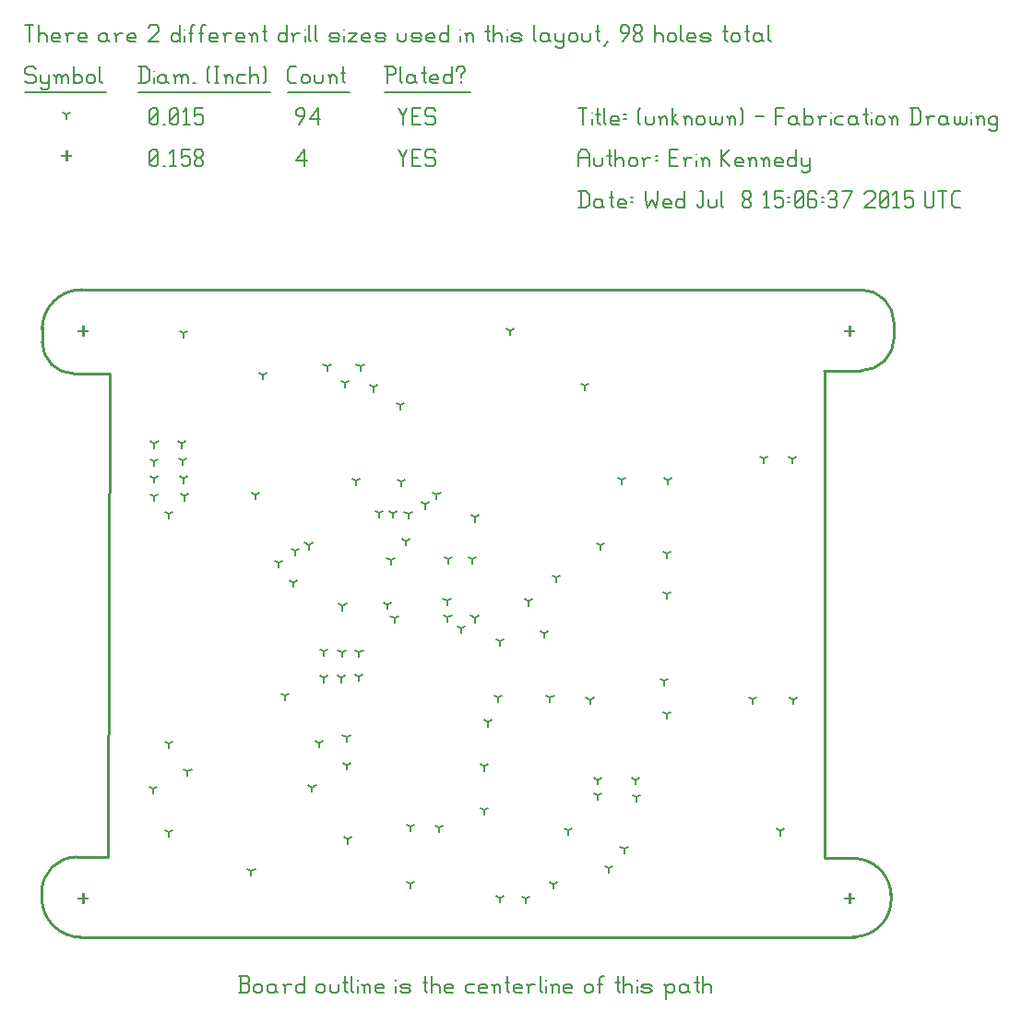
<source format=gbr>
G04 start of page 17 for group -3984 idx -3984 *
G04 Title: (unknown), fab *
G04 Creator: pcb 20140316 *
G04 CreationDate: Wed Jul  8 15:06:37 2015 UTC *
G04 For: frankenteddy *
G04 Format: Gerber/RS-274X *
G04 PCB-Dimensions (mil): 3270.00 2515.00 *
G04 PCB-Coordinate-Origin: lower left *
%MOIN*%
%FSLAX25Y25*%
%LNFAB*%
%ADD87C,0.0100*%
%ADD86C,0.0075*%
%ADD85C,0.0060*%
%ADD84R,0.0080X0.0080*%
G54D84*X21000Y231100D02*Y227900D01*
X19400Y229500D02*X22600D01*
X21000Y26100D02*Y22900D01*
X19400Y24500D02*X22600D01*
X298000Y231100D02*Y227900D01*
X296400Y229500D02*X299600D01*
X298000Y26100D02*Y22900D01*
X296400Y24500D02*X299600D01*
X15000Y294350D02*Y291150D01*
X13400Y292750D02*X16600D01*
G54D85*X135000Y295000D02*X136500Y292000D01*
X138000Y295000D01*
X136500Y292000D02*Y289000D01*
X139800Y292300D02*X142050D01*
X139800Y289000D02*X142800D01*
X139800Y295000D02*Y289000D01*
Y295000D02*X142800D01*
X147600D02*X148350Y294250D01*
X145350Y295000D02*X147600D01*
X144600Y294250D02*X145350Y295000D01*
X144600Y294250D02*Y292750D01*
X145350Y292000D01*
X147600D01*
X148350Y291250D01*
Y289750D01*
X147600Y289000D02*X148350Y289750D01*
X145350Y289000D02*X147600D01*
X144600Y289750D02*X145350Y289000D01*
X98000Y291250D02*X101000Y295000D01*
X98000Y291250D02*X101750D01*
X101000Y295000D02*Y289000D01*
X45000Y289750D02*X45750Y289000D01*
X45000Y294250D02*Y289750D01*
Y294250D02*X45750Y295000D01*
X47250D01*
X48000Y294250D01*
Y289750D01*
X47250Y289000D02*X48000Y289750D01*
X45750Y289000D02*X47250D01*
X45000Y290500D02*X48000Y293500D01*
X49800Y289000D02*X50550D01*
X52350Y293800D02*X53550Y295000D01*
Y289000D01*
X52350D02*X54600D01*
X56400Y295000D02*X59400D01*
X56400D02*Y292000D01*
X57150Y292750D01*
X58650D01*
X59400Y292000D01*
Y289750D01*
X58650Y289000D02*X59400Y289750D01*
X57150Y289000D02*X58650D01*
X56400Y289750D02*X57150Y289000D01*
X61200Y289750D02*X61950Y289000D01*
X61200Y290950D02*Y289750D01*
Y290950D02*X62250Y292000D01*
X63150D01*
X64200Y290950D01*
Y289750D01*
X63450Y289000D02*X64200Y289750D01*
X61950Y289000D02*X63450D01*
X61200Y293050D02*X62250Y292000D01*
X61200Y294250D02*Y293050D01*
Y294250D02*X61950Y295000D01*
X63450D01*
X64200Y294250D01*
Y293050D01*
X63150Y292000D02*X64200Y293050D01*
X175300Y229600D02*Y228000D01*
Y229600D02*X176687Y230400D01*
X175300Y229600D02*X173913Y230400D01*
X57300Y228700D02*Y227100D01*
Y228700D02*X58687Y229500D01*
X57300Y228700D02*X55913Y229500D01*
X115600Y210800D02*Y209200D01*
Y210800D02*X116987Y211600D01*
X115600Y210800D02*X114213Y211600D01*
X162450Y125850D02*Y124250D01*
Y125850D02*X163837Y126650D01*
X162450Y125850D02*X161063Y126650D01*
X152700Y126100D02*Y124500D01*
Y126100D02*X154087Y126900D01*
X152700Y126100D02*X151313Y126900D01*
X97500Y150100D02*Y148500D01*
Y150100D02*X98887Y150900D01*
X97500Y150100D02*X96113Y150900D01*
X135800Y175100D02*Y173500D01*
Y175100D02*X137187Y175900D01*
X135800Y175100D02*X134413Y175900D01*
X153000Y147000D02*Y145400D01*
Y147000D02*X154387Y147800D01*
X153000Y147000D02*X151613Y147800D01*
X161500Y147000D02*Y145400D01*
Y147000D02*X162887Y147800D01*
X161500Y147000D02*X160113Y147800D01*
X232000Y91000D02*Y89400D01*
Y91000D02*X233387Y91800D01*
X232000Y91000D02*X230613Y91800D01*
X52000Y48500D02*Y46900D01*
Y48500D02*X53387Y49300D01*
X52000Y48500D02*X50613Y49300D01*
X52000Y80500D02*Y78900D01*
Y80500D02*X53387Y81300D01*
X52000Y80500D02*X50613Y81300D01*
X52000Y163500D02*Y161900D01*
Y163500D02*X53387Y164300D01*
X52000Y163500D02*X50613Y164300D01*
X232000Y134500D02*Y132900D01*
Y134500D02*X233387Y135300D01*
X232000Y134500D02*X230613Y135300D01*
X232000Y149000D02*Y147400D01*
Y149000D02*X233387Y149800D01*
X232000Y149000D02*X230613Y149800D01*
X130900Y130600D02*Y129000D01*
Y130600D02*X132287Y131400D01*
X130900Y130600D02*X129513Y131400D01*
X133400Y125800D02*Y124200D01*
Y125800D02*X134787Y126600D01*
X133400Y125800D02*X132013Y126600D01*
X93900Y97800D02*Y96200D01*
Y97800D02*X95287Y98600D01*
X93900Y97800D02*X92513Y98600D01*
X132800Y163600D02*Y162000D01*
Y163600D02*X134187Y164400D01*
X132800Y163600D02*X131413Y164400D01*
X127800Y163700D02*Y162100D01*
Y163700D02*X129187Y164500D01*
X127800Y163700D02*X126413Y164500D01*
X102400Y152200D02*Y150600D01*
Y152200D02*X103787Y153000D01*
X102400Y152200D02*X101013Y153000D01*
X91600Y145700D02*Y144100D01*
Y145700D02*X92987Y146500D01*
X91600Y145700D02*X90213Y146500D01*
X132100Y146800D02*Y145200D01*
Y146800D02*X133487Y147600D01*
X132100Y146800D02*X130713Y147600D01*
X137500Y153600D02*Y152000D01*
Y153600D02*X138887Y154400D01*
X137500Y153600D02*X136113Y154400D01*
X162500Y162200D02*Y160600D01*
Y162200D02*X163887Y163000D01*
X162500Y162200D02*X161113Y163000D01*
X56600Y188900D02*Y187300D01*
Y188900D02*X57987Y189700D01*
X56600Y188900D02*X55213Y189700D01*
X46700Y188900D02*Y187300D01*
Y188900D02*X48087Y189700D01*
X46700Y188900D02*X45313Y189700D01*
X46600Y182500D02*Y180900D01*
Y182500D02*X47987Y183300D01*
X46600Y182500D02*X45213Y183300D01*
X57000Y182700D02*Y181100D01*
Y182700D02*X58387Y183500D01*
X57000Y182700D02*X55613Y183500D01*
X114700Y130200D02*Y128600D01*
Y130200D02*X116087Y131000D01*
X114700Y130200D02*X113313Y131000D01*
X46600Y169700D02*Y168100D01*
Y169700D02*X47987Y170500D01*
X46600Y169700D02*X45213Y170500D01*
X46500Y176300D02*Y174700D01*
Y176300D02*X47887Y177100D01*
X46500Y176300D02*X45113Y177100D01*
X57200Y176200D02*Y174600D01*
Y176200D02*X58587Y177000D01*
X57200Y176200D02*X55813Y177000D01*
X57500Y169900D02*Y168300D01*
Y169900D02*X58887Y170700D01*
X57500Y169900D02*X56113Y170700D01*
X119600Y175500D02*Y173900D01*
Y175500D02*X120987Y176300D01*
X119600Y175500D02*X118213Y176300D01*
X97000Y138600D02*Y137000D01*
Y138600D02*X98387Y139400D01*
X97000Y138600D02*X95613Y139400D01*
X272900Y48900D02*Y47300D01*
Y48900D02*X274287Y49700D01*
X272900Y48900D02*X271513Y49700D01*
X106300Y80600D02*Y79000D01*
Y80600D02*X107687Y81400D01*
X106300Y80600D02*X104913Y81400D01*
X157500Y122000D02*Y120400D01*
Y122000D02*X158887Y122800D01*
X157500Y122000D02*X156113Y122800D01*
X171500Y117500D02*Y115900D01*
Y117500D02*X172887Y118300D01*
X171500Y117500D02*X170113Y118300D01*
X120700Y113400D02*Y111800D01*
Y113400D02*X122087Y114200D01*
X120700Y113400D02*X119313Y114200D01*
X120600Y104600D02*Y103000D01*
Y104600D02*X121987Y105400D01*
X120600Y104600D02*X119213Y105400D01*
X216400Y42500D02*Y40900D01*
Y42500D02*X217787Y43300D01*
X216400Y42500D02*X215013Y43300D01*
X211000Y35400D02*Y33800D01*
Y35400D02*X212387Y36200D01*
X211000Y35400D02*X209613Y36200D01*
X191000Y29600D02*Y28000D01*
Y29600D02*X192387Y30400D01*
X191000Y29600D02*X189613Y30400D01*
X114400Y113400D02*Y111800D01*
Y113400D02*X115787Y114200D01*
X114400Y113400D02*X113013Y114200D01*
X114300Y104200D02*Y102600D01*
Y104200D02*X115687Y105000D01*
X114300Y104200D02*X112913Y105000D01*
X46300Y64000D02*Y62400D01*
Y64000D02*X47687Y64800D01*
X46300Y64000D02*X44913Y64800D01*
X196300Y49100D02*Y47500D01*
Y49100D02*X197687Y49900D01*
X196300Y49100D02*X194913Y49900D01*
X148700Y170500D02*Y168900D01*
Y170500D02*X150087Y171300D01*
X148700Y170500D02*X147313Y171300D01*
X180800Y24400D02*Y22800D01*
Y24400D02*X182187Y25200D01*
X180800Y24400D02*X179413Y25200D01*
X144500Y166900D02*Y165300D01*
Y166900D02*X145887Y167700D01*
X144500Y166900D02*X143113Y167700D01*
X171600Y24600D02*Y23000D01*
Y24600D02*X172987Y25400D01*
X171600Y24600D02*X170213Y25400D01*
X116200Y72600D02*Y71000D01*
Y72600D02*X117587Y73400D01*
X116200Y72600D02*X114813Y73400D01*
X206900Y67300D02*Y65700D01*
Y67300D02*X208287Y68100D01*
X206900Y67300D02*X205513Y68100D01*
X220500Y67300D02*Y65700D01*
Y67300D02*X221887Y68100D01*
X220500Y67300D02*X219113Y68100D01*
X135500Y202800D02*Y201200D01*
Y202800D02*X136887Y203600D01*
X135500Y202800D02*X134113Y203600D01*
X139300Y50400D02*Y48800D01*
Y50400D02*X140687Y51200D01*
X139300Y50400D02*X137913Y51200D01*
X125900Y209200D02*Y207600D01*
Y209200D02*X127287Y210000D01*
X125900Y209200D02*X124513Y210000D01*
X220800Y61100D02*Y59500D01*
Y61100D02*X222187Y61900D01*
X220800Y61100D02*X219413Y61900D01*
X206900Y61800D02*Y60200D01*
Y61800D02*X208287Y62600D01*
X206900Y61800D02*X205513Y62600D01*
X116100Y82800D02*Y81200D01*
Y82800D02*X117487Y83600D01*
X116100Y82800D02*X114713Y83600D01*
X107800Y113800D02*Y112200D01*
Y113800D02*X109187Y114600D01*
X107800Y113800D02*X106413Y114600D01*
X107800Y104200D02*Y102600D01*
Y104200D02*X109187Y105000D01*
X107800Y104200D02*X106413Y105000D01*
X149500Y50100D02*Y48500D01*
Y50100D02*X150887Y50900D01*
X149500Y50100D02*X148113Y50900D01*
X116500Y45900D02*Y44300D01*
Y45900D02*X117887Y46700D01*
X116500Y45900D02*X115113Y46700D01*
X103700Y64600D02*Y63000D01*
Y64600D02*X105087Y65400D01*
X103700Y64600D02*X102313Y65400D01*
X165900Y72200D02*Y70600D01*
Y72200D02*X167287Y73000D01*
X165900Y72200D02*X164513Y73000D01*
X166000Y56400D02*Y54800D01*
Y56400D02*X167387Y57200D01*
X166000Y56400D02*X164613Y57200D01*
X81700Y34400D02*Y32800D01*
Y34400D02*X83087Y35200D01*
X81700Y34400D02*X80313Y35200D01*
X139300Y29700D02*Y28100D01*
Y29700D02*X140687Y30500D01*
X139300Y29700D02*X137913Y30500D01*
X187600Y120300D02*Y118700D01*
Y120300D02*X188987Y121100D01*
X187600Y120300D02*X186213Y121100D01*
X189700Y97100D02*Y95500D01*
Y97100D02*X191087Y97900D01*
X189700Y97100D02*X188313Y97900D01*
X171000Y97100D02*Y95500D01*
Y97100D02*X172387Y97900D01*
X171000Y97100D02*X169613Y97900D01*
X138400Y163500D02*Y161900D01*
Y163500D02*X139787Y164300D01*
X138400Y163500D02*X137013Y164300D01*
X215600Y175700D02*Y174100D01*
Y175700D02*X216987Y176500D01*
X215600Y175700D02*X214213Y176500D01*
X232200Y175600D02*Y174000D01*
Y175600D02*X233587Y176400D01*
X232200Y175600D02*X230813Y176400D01*
X277300Y183300D02*Y181700D01*
Y183300D02*X278687Y184100D01*
X277300Y183300D02*X275913Y184100D01*
X266900Y183400D02*Y181800D01*
Y183400D02*X268287Y184200D01*
X266900Y183400D02*X265513Y184200D01*
X167300Y88200D02*Y86600D01*
Y88200D02*X168687Y89000D01*
X167300Y88200D02*X165913Y89000D01*
X204100Y96300D02*Y94700D01*
Y96300D02*X205487Y97100D01*
X204100Y96300D02*X202713Y97100D01*
X231000Y103000D02*Y101400D01*
Y103000D02*X232387Y103800D01*
X231000Y103000D02*X229613Y103800D01*
X263000Y96400D02*Y94800D01*
Y96400D02*X264387Y97200D01*
X263000Y96400D02*X261613Y97200D01*
X277600Y96300D02*Y94700D01*
Y96300D02*X278987Y97100D01*
X277600Y96300D02*X276213Y97100D01*
X58700Y70400D02*Y68800D01*
Y70400D02*X60087Y71200D01*
X58700Y70400D02*X57313Y71200D01*
X83300Y170300D02*Y168700D01*
Y170300D02*X84687Y171100D01*
X83300Y170300D02*X81913Y171100D01*
X152400Y132100D02*Y130500D01*
Y132100D02*X153787Y132900D01*
X152400Y132100D02*X151013Y132900D01*
X181800Y131900D02*Y130300D01*
Y131900D02*X183187Y132700D01*
X181800Y131900D02*X180413Y132700D01*
X191900Y140400D02*Y138800D01*
Y140400D02*X193287Y141200D01*
X191900Y140400D02*X190513Y141200D01*
X207900Y152000D02*Y150400D01*
Y152000D02*X209287Y152800D01*
X207900Y152000D02*X206513Y152800D01*
X202300Y209700D02*Y208100D01*
Y209700D02*X203687Y210500D01*
X202300Y209700D02*X200913Y210500D01*
X121100Y216800D02*Y215200D01*
Y216800D02*X122487Y217600D01*
X121100Y216800D02*X119713Y217600D01*
X109100Y216800D02*Y215200D01*
Y216800D02*X110487Y217600D01*
X109100Y216800D02*X107713Y217600D01*
X85900Y213600D02*Y212000D01*
Y213600D02*X87287Y214400D01*
X85900Y213600D02*X84513Y214400D01*
X15000Y307750D02*Y306150D01*
Y307750D02*X16387Y308550D01*
X15000Y307750D02*X13613Y308550D01*
X135000Y310000D02*X136500Y307000D01*
X138000Y310000D01*
X136500Y307000D02*Y304000D01*
X139800Y307300D02*X142050D01*
X139800Y304000D02*X142800D01*
X139800Y310000D02*Y304000D01*
Y310000D02*X142800D01*
X147600D02*X148350Y309250D01*
X145350Y310000D02*X147600D01*
X144600Y309250D02*X145350Y310000D01*
X144600Y309250D02*Y307750D01*
X145350Y307000D01*
X147600D01*
X148350Y306250D01*
Y304750D01*
X147600Y304000D02*X148350Y304750D01*
X145350Y304000D02*X147600D01*
X144600Y304750D02*X145350Y304000D01*
X98750D02*X101000Y307000D01*
Y309250D02*Y307000D01*
X100250Y310000D02*X101000Y309250D01*
X98750Y310000D02*X100250D01*
X98000Y309250D02*X98750Y310000D01*
X98000Y309250D02*Y307750D01*
X98750Y307000D01*
X101000D01*
X102800Y306250D02*X105800Y310000D01*
X102800Y306250D02*X106550D01*
X105800Y310000D02*Y304000D01*
X45000Y304750D02*X45750Y304000D01*
X45000Y309250D02*Y304750D01*
Y309250D02*X45750Y310000D01*
X47250D01*
X48000Y309250D01*
Y304750D01*
X47250Y304000D02*X48000Y304750D01*
X45750Y304000D02*X47250D01*
X45000Y305500D02*X48000Y308500D01*
X49800Y304000D02*X50550D01*
X52350Y304750D02*X53100Y304000D01*
X52350Y309250D02*Y304750D01*
Y309250D02*X53100Y310000D01*
X54600D01*
X55350Y309250D01*
Y304750D01*
X54600Y304000D02*X55350Y304750D01*
X53100Y304000D02*X54600D01*
X52350Y305500D02*X55350Y308500D01*
X57150Y308800D02*X58350Y310000D01*
Y304000D01*
X57150D02*X59400D01*
X61200Y310000D02*X64200D01*
X61200D02*Y307000D01*
X61950Y307750D01*
X63450D01*
X64200Y307000D01*
Y304750D01*
X63450Y304000D02*X64200Y304750D01*
X61950Y304000D02*X63450D01*
X61200Y304750D02*X61950Y304000D01*
X3000Y325000D02*X3750Y324250D01*
X750Y325000D02*X3000D01*
X0Y324250D02*X750Y325000D01*
X0Y324250D02*Y322750D01*
X750Y322000D01*
X3000D01*
X3750Y321250D01*
Y319750D01*
X3000Y319000D02*X3750Y319750D01*
X750Y319000D02*X3000D01*
X0Y319750D02*X750Y319000D01*
X5550Y322000D02*Y319750D01*
X6300Y319000D01*
X8550Y322000D02*Y317500D01*
X7800Y316750D02*X8550Y317500D01*
X6300Y316750D02*X7800D01*
X5550Y317500D02*X6300Y316750D01*
Y319000D02*X7800D01*
X8550Y319750D01*
X11100Y321250D02*Y319000D01*
Y321250D02*X11850Y322000D01*
X12600D01*
X13350Y321250D01*
Y319000D01*
Y321250D02*X14100Y322000D01*
X14850D01*
X15600Y321250D01*
Y319000D01*
X10350Y322000D02*X11100Y321250D01*
X17400Y325000D02*Y319000D01*
Y319750D02*X18150Y319000D01*
X19650D01*
X20400Y319750D01*
Y321250D02*Y319750D01*
X19650Y322000D02*X20400Y321250D01*
X18150Y322000D02*X19650D01*
X17400Y321250D02*X18150Y322000D01*
X22200Y321250D02*Y319750D01*
Y321250D02*X22950Y322000D01*
X24450D01*
X25200Y321250D01*
Y319750D01*
X24450Y319000D02*X25200Y319750D01*
X22950Y319000D02*X24450D01*
X22200Y319750D02*X22950Y319000D01*
X27000Y325000D02*Y319750D01*
X27750Y319000D01*
X0Y315750D02*X29250D01*
X41750Y325000D02*Y319000D01*
X43700Y325000D02*X44750Y323950D01*
Y320050D01*
X43700Y319000D02*X44750Y320050D01*
X41000Y319000D02*X43700D01*
X41000Y325000D02*X43700D01*
G54D86*X46550Y323500D02*Y323350D01*
G54D85*Y321250D02*Y319000D01*
X50300Y322000D02*X51050Y321250D01*
X48800Y322000D02*X50300D01*
X48050Y321250D02*X48800Y322000D01*
X48050Y321250D02*Y319750D01*
X48800Y319000D01*
X51050Y322000D02*Y319750D01*
X51800Y319000D01*
X48800D02*X50300D01*
X51050Y319750D01*
X54350Y321250D02*Y319000D01*
Y321250D02*X55100Y322000D01*
X55850D01*
X56600Y321250D01*
Y319000D01*
Y321250D02*X57350Y322000D01*
X58100D01*
X58850Y321250D01*
Y319000D01*
X53600Y322000D02*X54350Y321250D01*
X60650Y319000D02*X61400D01*
X65900Y319750D02*X66650Y319000D01*
X65900Y324250D02*X66650Y325000D01*
X65900Y324250D02*Y319750D01*
X68450Y325000D02*X69950D01*
X69200D02*Y319000D01*
X68450D02*X69950D01*
X72500Y321250D02*Y319000D01*
Y321250D02*X73250Y322000D01*
X74000D01*
X74750Y321250D01*
Y319000D01*
X71750Y322000D02*X72500Y321250D01*
X77300Y322000D02*X79550D01*
X76550Y321250D02*X77300Y322000D01*
X76550Y321250D02*Y319750D01*
X77300Y319000D01*
X79550D01*
X81350Y325000D02*Y319000D01*
Y321250D02*X82100Y322000D01*
X83600D01*
X84350Y321250D01*
Y319000D01*
X86150Y325000D02*X86900Y324250D01*
Y319750D01*
X86150Y319000D02*X86900Y319750D01*
X41000Y315750D02*X88700D01*
X96050Y319000D02*X98000D01*
X95000Y320050D02*X96050Y319000D01*
X95000Y323950D02*Y320050D01*
Y323950D02*X96050Y325000D01*
X98000D01*
X99800Y321250D02*Y319750D01*
Y321250D02*X100550Y322000D01*
X102050D01*
X102800Y321250D01*
Y319750D01*
X102050Y319000D02*X102800Y319750D01*
X100550Y319000D02*X102050D01*
X99800Y319750D02*X100550Y319000D01*
X104600Y322000D02*Y319750D01*
X105350Y319000D01*
X106850D01*
X107600Y319750D01*
Y322000D02*Y319750D01*
X110150Y321250D02*Y319000D01*
Y321250D02*X110900Y322000D01*
X111650D01*
X112400Y321250D01*
Y319000D01*
X109400Y322000D02*X110150Y321250D01*
X114950Y325000D02*Y319750D01*
X115700Y319000D01*
X114200Y322750D02*X115700D01*
X95000Y315750D02*X117200D01*
X130750Y325000D02*Y319000D01*
X130000Y325000D02*X133000D01*
X133750Y324250D01*
Y322750D01*
X133000Y322000D02*X133750Y322750D01*
X130750Y322000D02*X133000D01*
X135550Y325000D02*Y319750D01*
X136300Y319000D01*
X140050Y322000D02*X140800Y321250D01*
X138550Y322000D02*X140050D01*
X137800Y321250D02*X138550Y322000D01*
X137800Y321250D02*Y319750D01*
X138550Y319000D01*
X140800Y322000D02*Y319750D01*
X141550Y319000D01*
X138550D02*X140050D01*
X140800Y319750D01*
X144100Y325000D02*Y319750D01*
X144850Y319000D01*
X143350Y322750D02*X144850D01*
X147100Y319000D02*X149350D01*
X146350Y319750D02*X147100Y319000D01*
X146350Y321250D02*Y319750D01*
Y321250D02*X147100Y322000D01*
X148600D01*
X149350Y321250D01*
X146350Y320500D02*X149350D01*
Y321250D02*Y320500D01*
X154150Y325000D02*Y319000D01*
X153400D02*X154150Y319750D01*
X151900Y319000D02*X153400D01*
X151150Y319750D02*X151900Y319000D01*
X151150Y321250D02*Y319750D01*
Y321250D02*X151900Y322000D01*
X153400D01*
X154150Y321250D01*
X157450Y322000D02*Y321250D01*
Y319750D02*Y319000D01*
X155950Y324250D02*Y323500D01*
Y324250D02*X156700Y325000D01*
X158200D01*
X158950Y324250D01*
Y323500D01*
X157450Y322000D02*X158950Y323500D01*
X130000Y315750D02*X160750D01*
X0Y340000D02*X3000D01*
X1500D02*Y334000D01*
X4800Y340000D02*Y334000D01*
Y336250D02*X5550Y337000D01*
X7050D01*
X7800Y336250D01*
Y334000D01*
X10350D02*X12600D01*
X9600Y334750D02*X10350Y334000D01*
X9600Y336250D02*Y334750D01*
Y336250D02*X10350Y337000D01*
X11850D01*
X12600Y336250D01*
X9600Y335500D02*X12600D01*
Y336250D02*Y335500D01*
X15150Y336250D02*Y334000D01*
Y336250D02*X15900Y337000D01*
X17400D01*
X14400D02*X15150Y336250D01*
X19950Y334000D02*X22200D01*
X19200Y334750D02*X19950Y334000D01*
X19200Y336250D02*Y334750D01*
Y336250D02*X19950Y337000D01*
X21450D01*
X22200Y336250D01*
X19200Y335500D02*X22200D01*
Y336250D02*Y335500D01*
X28950Y337000D02*X29700Y336250D01*
X27450Y337000D02*X28950D01*
X26700Y336250D02*X27450Y337000D01*
X26700Y336250D02*Y334750D01*
X27450Y334000D01*
X29700Y337000D02*Y334750D01*
X30450Y334000D01*
X27450D02*X28950D01*
X29700Y334750D01*
X33000Y336250D02*Y334000D01*
Y336250D02*X33750Y337000D01*
X35250D01*
X32250D02*X33000Y336250D01*
X37800Y334000D02*X40050D01*
X37050Y334750D02*X37800Y334000D01*
X37050Y336250D02*Y334750D01*
Y336250D02*X37800Y337000D01*
X39300D01*
X40050Y336250D01*
X37050Y335500D02*X40050D01*
Y336250D02*Y335500D01*
X44550Y339250D02*X45300Y340000D01*
X47550D01*
X48300Y339250D01*
Y337750D01*
X44550Y334000D02*X48300Y337750D01*
X44550Y334000D02*X48300D01*
X55800Y340000D02*Y334000D01*
X55050D02*X55800Y334750D01*
X53550Y334000D02*X55050D01*
X52800Y334750D02*X53550Y334000D01*
X52800Y336250D02*Y334750D01*
Y336250D02*X53550Y337000D01*
X55050D01*
X55800Y336250D01*
G54D86*X57600Y338500D02*Y338350D01*
G54D85*Y336250D02*Y334000D01*
X59850Y339250D02*Y334000D01*
Y339250D02*X60600Y340000D01*
X61350D01*
X59100Y337000D02*X60600D01*
X63600Y339250D02*Y334000D01*
Y339250D02*X64350Y340000D01*
X65100D01*
X62850Y337000D02*X64350D01*
X67350Y334000D02*X69600D01*
X66600Y334750D02*X67350Y334000D01*
X66600Y336250D02*Y334750D01*
Y336250D02*X67350Y337000D01*
X68850D01*
X69600Y336250D01*
X66600Y335500D02*X69600D01*
Y336250D02*Y335500D01*
X72150Y336250D02*Y334000D01*
Y336250D02*X72900Y337000D01*
X74400D01*
X71400D02*X72150Y336250D01*
X76950Y334000D02*X79200D01*
X76200Y334750D02*X76950Y334000D01*
X76200Y336250D02*Y334750D01*
Y336250D02*X76950Y337000D01*
X78450D01*
X79200Y336250D01*
X76200Y335500D02*X79200D01*
Y336250D02*Y335500D01*
X81750Y336250D02*Y334000D01*
Y336250D02*X82500Y337000D01*
X83250D01*
X84000Y336250D01*
Y334000D01*
X81000Y337000D02*X81750Y336250D01*
X86550Y340000D02*Y334750D01*
X87300Y334000D01*
X85800Y337750D02*X87300D01*
X94500Y340000D02*Y334000D01*
X93750D02*X94500Y334750D01*
X92250Y334000D02*X93750D01*
X91500Y334750D02*X92250Y334000D01*
X91500Y336250D02*Y334750D01*
Y336250D02*X92250Y337000D01*
X93750D01*
X94500Y336250D01*
X97050D02*Y334000D01*
Y336250D02*X97800Y337000D01*
X99300D01*
X96300D02*X97050Y336250D01*
G54D86*X101100Y338500D02*Y338350D01*
G54D85*Y336250D02*Y334000D01*
X102600Y340000D02*Y334750D01*
X103350Y334000D01*
X104850Y340000D02*Y334750D01*
X105600Y334000D01*
X110550D02*X112800D01*
X113550Y334750D01*
X112800Y335500D02*X113550Y334750D01*
X110550Y335500D02*X112800D01*
X109800Y336250D02*X110550Y335500D01*
X109800Y336250D02*X110550Y337000D01*
X112800D01*
X113550Y336250D01*
X109800Y334750D02*X110550Y334000D01*
G54D86*X115350Y338500D02*Y338350D01*
G54D85*Y336250D02*Y334000D01*
X116850Y337000D02*X119850D01*
X116850Y334000D02*X119850Y337000D01*
X116850Y334000D02*X119850D01*
X122400D02*X124650D01*
X121650Y334750D02*X122400Y334000D01*
X121650Y336250D02*Y334750D01*
Y336250D02*X122400Y337000D01*
X123900D01*
X124650Y336250D01*
X121650Y335500D02*X124650D01*
Y336250D02*Y335500D01*
X127200Y334000D02*X129450D01*
X130200Y334750D01*
X129450Y335500D02*X130200Y334750D01*
X127200Y335500D02*X129450D01*
X126450Y336250D02*X127200Y335500D01*
X126450Y336250D02*X127200Y337000D01*
X129450D01*
X130200Y336250D01*
X126450Y334750D02*X127200Y334000D01*
X134700Y337000D02*Y334750D01*
X135450Y334000D01*
X136950D01*
X137700Y334750D01*
Y337000D02*Y334750D01*
X140250Y334000D02*X142500D01*
X143250Y334750D01*
X142500Y335500D02*X143250Y334750D01*
X140250Y335500D02*X142500D01*
X139500Y336250D02*X140250Y335500D01*
X139500Y336250D02*X140250Y337000D01*
X142500D01*
X143250Y336250D01*
X139500Y334750D02*X140250Y334000D01*
X145800D02*X148050D01*
X145050Y334750D02*X145800Y334000D01*
X145050Y336250D02*Y334750D01*
Y336250D02*X145800Y337000D01*
X147300D01*
X148050Y336250D01*
X145050Y335500D02*X148050D01*
Y336250D02*Y335500D01*
X152850Y340000D02*Y334000D01*
X152100D02*X152850Y334750D01*
X150600Y334000D02*X152100D01*
X149850Y334750D02*X150600Y334000D01*
X149850Y336250D02*Y334750D01*
Y336250D02*X150600Y337000D01*
X152100D01*
X152850Y336250D01*
G54D86*X157350Y338500D02*Y338350D01*
G54D85*Y336250D02*Y334000D01*
X159600Y336250D02*Y334000D01*
Y336250D02*X160350Y337000D01*
X161100D01*
X161850Y336250D01*
Y334000D01*
X158850Y337000D02*X159600Y336250D01*
X167100Y340000D02*Y334750D01*
X167850Y334000D01*
X166350Y337750D02*X167850D01*
X169350Y340000D02*Y334000D01*
Y336250D02*X170100Y337000D01*
X171600D01*
X172350Y336250D01*
Y334000D01*
G54D86*X174150Y338500D02*Y338350D01*
G54D85*Y336250D02*Y334000D01*
X176400D02*X178650D01*
X179400Y334750D01*
X178650Y335500D02*X179400Y334750D01*
X176400Y335500D02*X178650D01*
X175650Y336250D02*X176400Y335500D01*
X175650Y336250D02*X176400Y337000D01*
X178650D01*
X179400Y336250D01*
X175650Y334750D02*X176400Y334000D01*
X183900Y340000D02*Y334750D01*
X184650Y334000D01*
X188400Y337000D02*X189150Y336250D01*
X186900Y337000D02*X188400D01*
X186150Y336250D02*X186900Y337000D01*
X186150Y336250D02*Y334750D01*
X186900Y334000D01*
X189150Y337000D02*Y334750D01*
X189900Y334000D01*
X186900D02*X188400D01*
X189150Y334750D01*
X191700Y337000D02*Y334750D01*
X192450Y334000D01*
X194700Y337000D02*Y332500D01*
X193950Y331750D02*X194700Y332500D01*
X192450Y331750D02*X193950D01*
X191700Y332500D02*X192450Y331750D01*
Y334000D02*X193950D01*
X194700Y334750D01*
X196500Y336250D02*Y334750D01*
Y336250D02*X197250Y337000D01*
X198750D01*
X199500Y336250D01*
Y334750D01*
X198750Y334000D02*X199500Y334750D01*
X197250Y334000D02*X198750D01*
X196500Y334750D02*X197250Y334000D01*
X201300Y337000D02*Y334750D01*
X202050Y334000D01*
X203550D01*
X204300Y334750D01*
Y337000D02*Y334750D01*
X206850Y340000D02*Y334750D01*
X207600Y334000D01*
X206100Y337750D02*X207600D01*
X209100Y332500D02*X210600Y334000D01*
X215850D02*X218100Y337000D01*
Y339250D02*Y337000D01*
X217350Y340000D02*X218100Y339250D01*
X215850Y340000D02*X217350D01*
X215100Y339250D02*X215850Y340000D01*
X215100Y339250D02*Y337750D01*
X215850Y337000D01*
X218100D01*
X219900Y334750D02*X220650Y334000D01*
X219900Y335950D02*Y334750D01*
Y335950D02*X220950Y337000D01*
X221850D01*
X222900Y335950D01*
Y334750D01*
X222150Y334000D02*X222900Y334750D01*
X220650Y334000D02*X222150D01*
X219900Y338050D02*X220950Y337000D01*
X219900Y339250D02*Y338050D01*
Y339250D02*X220650Y340000D01*
X222150D01*
X222900Y339250D01*
Y338050D01*
X221850Y337000D02*X222900Y338050D01*
X227400Y340000D02*Y334000D01*
Y336250D02*X228150Y337000D01*
X229650D01*
X230400Y336250D01*
Y334000D01*
X232200Y336250D02*Y334750D01*
Y336250D02*X232950Y337000D01*
X234450D01*
X235200Y336250D01*
Y334750D01*
X234450Y334000D02*X235200Y334750D01*
X232950Y334000D02*X234450D01*
X232200Y334750D02*X232950Y334000D01*
X237000Y340000D02*Y334750D01*
X237750Y334000D01*
X240000D02*X242250D01*
X239250Y334750D02*X240000Y334000D01*
X239250Y336250D02*Y334750D01*
Y336250D02*X240000Y337000D01*
X241500D01*
X242250Y336250D01*
X239250Y335500D02*X242250D01*
Y336250D02*Y335500D01*
X244800Y334000D02*X247050D01*
X247800Y334750D01*
X247050Y335500D02*X247800Y334750D01*
X244800Y335500D02*X247050D01*
X244050Y336250D02*X244800Y335500D01*
X244050Y336250D02*X244800Y337000D01*
X247050D01*
X247800Y336250D01*
X244050Y334750D02*X244800Y334000D01*
X253050Y340000D02*Y334750D01*
X253800Y334000D01*
X252300Y337750D02*X253800D01*
X255300Y336250D02*Y334750D01*
Y336250D02*X256050Y337000D01*
X257550D01*
X258300Y336250D01*
Y334750D01*
X257550Y334000D02*X258300Y334750D01*
X256050Y334000D02*X257550D01*
X255300Y334750D02*X256050Y334000D01*
X260850Y340000D02*Y334750D01*
X261600Y334000D01*
X260100Y337750D02*X261600D01*
X265350Y337000D02*X266100Y336250D01*
X263850Y337000D02*X265350D01*
X263100Y336250D02*X263850Y337000D01*
X263100Y336250D02*Y334750D01*
X263850Y334000D01*
X266100Y337000D02*Y334750D01*
X266850Y334000D01*
X263850D02*X265350D01*
X266100Y334750D01*
X268650Y340000D02*Y334750D01*
X269400Y334000D01*
G54D87*X20000Y244500D02*X302500D01*
X300000Y10500D02*X19500D01*
X30000Y39500D02*X30400Y214100D01*
X18500Y39500D02*X30000D01*
X30400Y214100D02*X17200D01*
X6000Y27000D02*Y24500D01*
X6100Y231000D02*Y225500D01*
X314000Y232500D02*Y227000D01*
X313000Y24000D02*Y26500D01*
X289000Y39102D02*Y215100D01*
X301900D02*X288700D01*
X299500Y39000D02*X289200Y39100D01*
X20500Y244500D02*G75*G03X6100Y230100I0J-14400D01*G01*
X17700Y214100D02*G75*G02X6100Y225700I0J11600D01*G01*
X301900Y244500D02*G75*G02X314000Y232400I0J-12100D01*G01*
X314100Y227300D02*G75*G02X302000Y215200I-12100J0D01*G01*
X299300Y39000D02*G75*G02X312900Y25400I0J-13600D01*G01*
X313000Y24300D02*G75*G02X299300Y10600I-13700J0D01*G01*
X18600Y39500D02*G75*G03X6000Y26900I0J-12600D01*G01*
Y24700D02*G75*G03X20200Y10500I14200J0D01*G01*
G54D85*X77175Y-9500D02*X80175D01*
X80925Y-8750D01*
Y-6950D02*Y-8750D01*
X80175Y-6200D02*X80925Y-6950D01*
X77925Y-6200D02*X80175D01*
X77925Y-3500D02*Y-9500D01*
X77175Y-3500D02*X80175D01*
X80925Y-4250D01*
Y-5450D01*
X80175Y-6200D02*X80925Y-5450D01*
X82725Y-7250D02*Y-8750D01*
Y-7250D02*X83475Y-6500D01*
X84975D01*
X85725Y-7250D01*
Y-8750D01*
X84975Y-9500D02*X85725Y-8750D01*
X83475Y-9500D02*X84975D01*
X82725Y-8750D02*X83475Y-9500D01*
X89775Y-6500D02*X90525Y-7250D01*
X88275Y-6500D02*X89775D01*
X87525Y-7250D02*X88275Y-6500D01*
X87525Y-7250D02*Y-8750D01*
X88275Y-9500D01*
X90525Y-6500D02*Y-8750D01*
X91275Y-9500D01*
X88275D02*X89775D01*
X90525Y-8750D01*
X93825Y-7250D02*Y-9500D01*
Y-7250D02*X94575Y-6500D01*
X96075D01*
X93075D02*X93825Y-7250D01*
X100875Y-3500D02*Y-9500D01*
X100125D02*X100875Y-8750D01*
X98625Y-9500D02*X100125D01*
X97875Y-8750D02*X98625Y-9500D01*
X97875Y-7250D02*Y-8750D01*
Y-7250D02*X98625Y-6500D01*
X100125D01*
X100875Y-7250D01*
X105375D02*Y-8750D01*
Y-7250D02*X106125Y-6500D01*
X107625D01*
X108375Y-7250D01*
Y-8750D01*
X107625Y-9500D02*X108375Y-8750D01*
X106125Y-9500D02*X107625D01*
X105375Y-8750D02*X106125Y-9500D01*
X110175Y-6500D02*Y-8750D01*
X110925Y-9500D01*
X112425D01*
X113175Y-8750D01*
Y-6500D02*Y-8750D01*
X115725Y-3500D02*Y-8750D01*
X116475Y-9500D01*
X114975Y-5750D02*X116475D01*
X117975Y-3500D02*Y-8750D01*
X118725Y-9500D01*
G54D86*X120225Y-5000D02*Y-5150D01*
G54D85*Y-7250D02*Y-9500D01*
X122475Y-7250D02*Y-9500D01*
Y-7250D02*X123225Y-6500D01*
X123975D01*
X124725Y-7250D01*
Y-9500D01*
X121725Y-6500D02*X122475Y-7250D01*
X127275Y-9500D02*X129525D01*
X126525Y-8750D02*X127275Y-9500D01*
X126525Y-7250D02*Y-8750D01*
Y-7250D02*X127275Y-6500D01*
X128775D01*
X129525Y-7250D01*
X126525Y-8000D02*X129525D01*
Y-7250D02*Y-8000D01*
G54D86*X134025Y-5000D02*Y-5150D01*
G54D85*Y-7250D02*Y-9500D01*
X136275D02*X138525D01*
X139275Y-8750D01*
X138525Y-8000D02*X139275Y-8750D01*
X136275Y-8000D02*X138525D01*
X135525Y-7250D02*X136275Y-8000D01*
X135525Y-7250D02*X136275Y-6500D01*
X138525D01*
X139275Y-7250D01*
X135525Y-8750D02*X136275Y-9500D01*
X144525Y-3500D02*Y-8750D01*
X145275Y-9500D01*
X143775Y-5750D02*X145275D01*
X146775Y-3500D02*Y-9500D01*
Y-7250D02*X147525Y-6500D01*
X149025D01*
X149775Y-7250D01*
Y-9500D01*
X152325D02*X154575D01*
X151575Y-8750D02*X152325Y-9500D01*
X151575Y-7250D02*Y-8750D01*
Y-7250D02*X152325Y-6500D01*
X153825D01*
X154575Y-7250D01*
X151575Y-8000D02*X154575D01*
Y-7250D02*Y-8000D01*
X159825Y-6500D02*X162075D01*
X159075Y-7250D02*X159825Y-6500D01*
X159075Y-7250D02*Y-8750D01*
X159825Y-9500D01*
X162075D01*
X164625D02*X166875D01*
X163875Y-8750D02*X164625Y-9500D01*
X163875Y-7250D02*Y-8750D01*
Y-7250D02*X164625Y-6500D01*
X166125D01*
X166875Y-7250D01*
X163875Y-8000D02*X166875D01*
Y-7250D02*Y-8000D01*
X169425Y-7250D02*Y-9500D01*
Y-7250D02*X170175Y-6500D01*
X170925D01*
X171675Y-7250D01*
Y-9500D01*
X168675Y-6500D02*X169425Y-7250D01*
X174225Y-3500D02*Y-8750D01*
X174975Y-9500D01*
X173475Y-5750D02*X174975D01*
X177225Y-9500D02*X179475D01*
X176475Y-8750D02*X177225Y-9500D01*
X176475Y-7250D02*Y-8750D01*
Y-7250D02*X177225Y-6500D01*
X178725D01*
X179475Y-7250D01*
X176475Y-8000D02*X179475D01*
Y-7250D02*Y-8000D01*
X182025Y-7250D02*Y-9500D01*
Y-7250D02*X182775Y-6500D01*
X184275D01*
X181275D02*X182025Y-7250D01*
X186075Y-3500D02*Y-8750D01*
X186825Y-9500D01*
G54D86*X188325Y-5000D02*Y-5150D01*
G54D85*Y-7250D02*Y-9500D01*
X190575Y-7250D02*Y-9500D01*
Y-7250D02*X191325Y-6500D01*
X192075D01*
X192825Y-7250D01*
Y-9500D01*
X189825Y-6500D02*X190575Y-7250D01*
X195375Y-9500D02*X197625D01*
X194625Y-8750D02*X195375Y-9500D01*
X194625Y-7250D02*Y-8750D01*
Y-7250D02*X195375Y-6500D01*
X196875D01*
X197625Y-7250D01*
X194625Y-8000D02*X197625D01*
Y-7250D02*Y-8000D01*
X202125Y-7250D02*Y-8750D01*
Y-7250D02*X202875Y-6500D01*
X204375D01*
X205125Y-7250D01*
Y-8750D01*
X204375Y-9500D02*X205125Y-8750D01*
X202875Y-9500D02*X204375D01*
X202125Y-8750D02*X202875Y-9500D01*
X207675Y-4250D02*Y-9500D01*
Y-4250D02*X208425Y-3500D01*
X209175D01*
X206925Y-6500D02*X208425D01*
X214125Y-3500D02*Y-8750D01*
X214875Y-9500D01*
X213375Y-5750D02*X214875D01*
X216375Y-3500D02*Y-9500D01*
Y-7250D02*X217125Y-6500D01*
X218625D01*
X219375Y-7250D01*
Y-9500D01*
G54D86*X221175Y-5000D02*Y-5150D01*
G54D85*Y-7250D02*Y-9500D01*
X223425D02*X225675D01*
X226425Y-8750D01*
X225675Y-8000D02*X226425Y-8750D01*
X223425Y-8000D02*X225675D01*
X222675Y-7250D02*X223425Y-8000D01*
X222675Y-7250D02*X223425Y-6500D01*
X225675D01*
X226425Y-7250D01*
X222675Y-8750D02*X223425Y-9500D01*
X231675Y-7250D02*Y-11750D01*
X230925Y-6500D02*X231675Y-7250D01*
X232425Y-6500D01*
X233925D01*
X234675Y-7250D01*
Y-8750D01*
X233925Y-9500D02*X234675Y-8750D01*
X232425Y-9500D02*X233925D01*
X231675Y-8750D02*X232425Y-9500D01*
X238725Y-6500D02*X239475Y-7250D01*
X237225Y-6500D02*X238725D01*
X236475Y-7250D02*X237225Y-6500D01*
X236475Y-7250D02*Y-8750D01*
X237225Y-9500D01*
X239475Y-6500D02*Y-8750D01*
X240225Y-9500D01*
X237225D02*X238725D01*
X239475Y-8750D01*
X242775Y-3500D02*Y-8750D01*
X243525Y-9500D01*
X242025Y-5750D02*X243525D01*
X245025Y-3500D02*Y-9500D01*
Y-7250D02*X245775Y-6500D01*
X247275D01*
X248025Y-7250D01*
Y-9500D01*
X200750Y280000D02*Y274000D01*
X202700Y280000D02*X203750Y278950D01*
Y275050D01*
X202700Y274000D02*X203750Y275050D01*
X200000Y274000D02*X202700D01*
X200000Y280000D02*X202700D01*
X207800Y277000D02*X208550Y276250D01*
X206300Y277000D02*X207800D01*
X205550Y276250D02*X206300Y277000D01*
X205550Y276250D02*Y274750D01*
X206300Y274000D01*
X208550Y277000D02*Y274750D01*
X209300Y274000D01*
X206300D02*X207800D01*
X208550Y274750D01*
X211850Y280000D02*Y274750D01*
X212600Y274000D01*
X211100Y277750D02*X212600D01*
X214850Y274000D02*X217100D01*
X214100Y274750D02*X214850Y274000D01*
X214100Y276250D02*Y274750D01*
Y276250D02*X214850Y277000D01*
X216350D01*
X217100Y276250D01*
X214100Y275500D02*X217100D01*
Y276250D02*Y275500D01*
X218900Y277750D02*X219650D01*
X218900Y276250D02*X219650D01*
X224150Y280000D02*Y277000D01*
X224900Y274000D01*
X226400Y277000D01*
X227900Y274000D01*
X228650Y277000D01*
Y280000D02*Y277000D01*
X231200Y274000D02*X233450D01*
X230450Y274750D02*X231200Y274000D01*
X230450Y276250D02*Y274750D01*
Y276250D02*X231200Y277000D01*
X232700D01*
X233450Y276250D01*
X230450Y275500D02*X233450D01*
Y276250D02*Y275500D01*
X238250Y280000D02*Y274000D01*
X237500D02*X238250Y274750D01*
X236000Y274000D02*X237500D01*
X235250Y274750D02*X236000Y274000D01*
X235250Y276250D02*Y274750D01*
Y276250D02*X236000Y277000D01*
X237500D01*
X238250Y276250D01*
X243800Y280000D02*X245000D01*
Y274750D01*
X244250Y274000D02*X245000Y274750D01*
X243500Y274000D02*X244250D01*
X242750Y274750D02*X243500Y274000D01*
X242750Y275500D02*Y274750D01*
X246800Y277000D02*Y274750D01*
X247550Y274000D01*
X249050D01*
X249800Y274750D01*
Y277000D02*Y274750D01*
X251600Y280000D02*Y274750D01*
X252350Y274000D01*
X259250Y274750D02*X260000Y274000D01*
X259250Y275950D02*Y274750D01*
Y275950D02*X260300Y277000D01*
X261200D01*
X262250Y275950D01*
Y274750D01*
X261500Y274000D02*X262250Y274750D01*
X260000Y274000D02*X261500D01*
X259250Y278050D02*X260300Y277000D01*
X259250Y279250D02*Y278050D01*
Y279250D02*X260000Y280000D01*
X261500D01*
X262250Y279250D01*
Y278050D01*
X261200Y277000D02*X262250Y278050D01*
X266750Y278800D02*X267950Y280000D01*
Y274000D01*
X266750D02*X269000D01*
X270800Y280000D02*X273800D01*
X270800D02*Y277000D01*
X271550Y277750D01*
X273050D01*
X273800Y277000D01*
Y274750D01*
X273050Y274000D02*X273800Y274750D01*
X271550Y274000D02*X273050D01*
X270800Y274750D02*X271550Y274000D01*
X275600Y277750D02*X276350D01*
X275600Y276250D02*X276350D01*
X278150Y274750D02*X278900Y274000D01*
X278150Y279250D02*Y274750D01*
Y279250D02*X278900Y280000D01*
X280400D01*
X281150Y279250D01*
Y274750D01*
X280400Y274000D02*X281150Y274750D01*
X278900Y274000D02*X280400D01*
X278150Y275500D02*X281150Y278500D01*
X285200Y280000D02*X285950Y279250D01*
X283700Y280000D02*X285200D01*
X282950Y279250D02*X283700Y280000D01*
X282950Y279250D02*Y274750D01*
X283700Y274000D01*
X285200Y277300D02*X285950Y276550D01*
X282950Y277300D02*X285200D01*
X283700Y274000D02*X285200D01*
X285950Y274750D01*
Y276550D02*Y274750D01*
X287750Y277750D02*X288500D01*
X287750Y276250D02*X288500D01*
X290300Y279250D02*X291050Y280000D01*
X292550D01*
X293300Y279250D01*
X292550Y274000D02*X293300Y274750D01*
X291050Y274000D02*X292550D01*
X290300Y274750D02*X291050Y274000D01*
Y277300D02*X292550D01*
X293300Y279250D02*Y278050D01*
Y276550D02*Y274750D01*
Y276550D02*X292550Y277300D01*
X293300Y278050D02*X292550Y277300D01*
X295850Y274000D02*X298850Y280000D01*
X295100D02*X298850D01*
X303350Y279250D02*X304100Y280000D01*
X306350D01*
X307100Y279250D01*
Y277750D01*
X303350Y274000D02*X307100Y277750D01*
X303350Y274000D02*X307100D01*
X308900Y274750D02*X309650Y274000D01*
X308900Y279250D02*Y274750D01*
Y279250D02*X309650Y280000D01*
X311150D01*
X311900Y279250D01*
Y274750D01*
X311150Y274000D02*X311900Y274750D01*
X309650Y274000D02*X311150D01*
X308900Y275500D02*X311900Y278500D01*
X313700Y278800D02*X314900Y280000D01*
Y274000D01*
X313700D02*X315950D01*
X317750Y280000D02*X320750D01*
X317750D02*Y277000D01*
X318500Y277750D01*
X320000D01*
X320750Y277000D01*
Y274750D01*
X320000Y274000D02*X320750Y274750D01*
X318500Y274000D02*X320000D01*
X317750Y274750D02*X318500Y274000D01*
X325250Y280000D02*Y274750D01*
X326000Y274000D01*
X327500D01*
X328250Y274750D01*
Y280000D02*Y274750D01*
X330050Y280000D02*X333050D01*
X331550D02*Y274000D01*
X335900D02*X337850D01*
X334850Y275050D02*X335900Y274000D01*
X334850Y278950D02*Y275050D01*
Y278950D02*X335900Y280000D01*
X337850D01*
X200000Y293500D02*Y289000D01*
Y293500D02*X201050Y295000D01*
X202700D01*
X203750Y293500D01*
Y289000D01*
X200000Y292000D02*X203750D01*
X205550D02*Y289750D01*
X206300Y289000D01*
X207800D01*
X208550Y289750D01*
Y292000D02*Y289750D01*
X211100Y295000D02*Y289750D01*
X211850Y289000D01*
X210350Y292750D02*X211850D01*
X213350Y295000D02*Y289000D01*
Y291250D02*X214100Y292000D01*
X215600D01*
X216350Y291250D01*
Y289000D01*
X218150Y291250D02*Y289750D01*
Y291250D02*X218900Y292000D01*
X220400D01*
X221150Y291250D01*
Y289750D01*
X220400Y289000D02*X221150Y289750D01*
X218900Y289000D02*X220400D01*
X218150Y289750D02*X218900Y289000D01*
X223700Y291250D02*Y289000D01*
Y291250D02*X224450Y292000D01*
X225950D01*
X222950D02*X223700Y291250D01*
X227750Y292750D02*X228500D01*
X227750Y291250D02*X228500D01*
X233000Y292300D02*X235250D01*
X233000Y289000D02*X236000D01*
X233000Y295000D02*Y289000D01*
Y295000D02*X236000D01*
X238550Y291250D02*Y289000D01*
Y291250D02*X239300Y292000D01*
X240800D01*
X237800D02*X238550Y291250D01*
G54D86*X242600Y293500D02*Y293350D01*
G54D85*Y291250D02*Y289000D01*
X244850Y291250D02*Y289000D01*
Y291250D02*X245600Y292000D01*
X246350D01*
X247100Y291250D01*
Y289000D01*
X244100Y292000D02*X244850Y291250D01*
X251600Y295000D02*Y289000D01*
Y292000D02*X254600Y295000D01*
X251600Y292000D02*X254600Y289000D01*
X257150D02*X259400D01*
X256400Y289750D02*X257150Y289000D01*
X256400Y291250D02*Y289750D01*
Y291250D02*X257150Y292000D01*
X258650D01*
X259400Y291250D01*
X256400Y290500D02*X259400D01*
Y291250D02*Y290500D01*
X261950Y291250D02*Y289000D01*
Y291250D02*X262700Y292000D01*
X263450D01*
X264200Y291250D01*
Y289000D01*
X261200Y292000D02*X261950Y291250D01*
X266750D02*Y289000D01*
Y291250D02*X267500Y292000D01*
X268250D01*
X269000Y291250D01*
Y289000D01*
X266000Y292000D02*X266750Y291250D01*
X271550Y289000D02*X273800D01*
X270800Y289750D02*X271550Y289000D01*
X270800Y291250D02*Y289750D01*
Y291250D02*X271550Y292000D01*
X273050D01*
X273800Y291250D01*
X270800Y290500D02*X273800D01*
Y291250D02*Y290500D01*
X278600Y295000D02*Y289000D01*
X277850D02*X278600Y289750D01*
X276350Y289000D02*X277850D01*
X275600Y289750D02*X276350Y289000D01*
X275600Y291250D02*Y289750D01*
Y291250D02*X276350Y292000D01*
X277850D01*
X278600Y291250D01*
X280400Y292000D02*Y289750D01*
X281150Y289000D01*
X283400Y292000D02*Y287500D01*
X282650Y286750D02*X283400Y287500D01*
X281150Y286750D02*X282650D01*
X280400Y287500D02*X281150Y286750D01*
Y289000D02*X282650D01*
X283400Y289750D01*
X200000Y310000D02*X203000D01*
X201500D02*Y304000D01*
G54D86*X204800Y308500D02*Y308350D01*
G54D85*Y306250D02*Y304000D01*
X207050Y310000D02*Y304750D01*
X207800Y304000D01*
X206300Y307750D02*X207800D01*
X209300Y310000D02*Y304750D01*
X210050Y304000D01*
X212300D02*X214550D01*
X211550Y304750D02*X212300Y304000D01*
X211550Y306250D02*Y304750D01*
Y306250D02*X212300Y307000D01*
X213800D01*
X214550Y306250D01*
X211550Y305500D02*X214550D01*
Y306250D02*Y305500D01*
X216350Y307750D02*X217100D01*
X216350Y306250D02*X217100D01*
X221600Y304750D02*X222350Y304000D01*
X221600Y309250D02*X222350Y310000D01*
X221600Y309250D02*Y304750D01*
X224150Y307000D02*Y304750D01*
X224900Y304000D01*
X226400D01*
X227150Y304750D01*
Y307000D02*Y304750D01*
X229700Y306250D02*Y304000D01*
Y306250D02*X230450Y307000D01*
X231200D01*
X231950Y306250D01*
Y304000D01*
X228950Y307000D02*X229700Y306250D01*
X233750Y310000D02*Y304000D01*
Y306250D02*X236000Y304000D01*
X233750Y306250D02*X235250Y307750D01*
X238550Y306250D02*Y304000D01*
Y306250D02*X239300Y307000D01*
X240050D01*
X240800Y306250D01*
Y304000D01*
X237800Y307000D02*X238550Y306250D01*
X242600D02*Y304750D01*
Y306250D02*X243350Y307000D01*
X244850D01*
X245600Y306250D01*
Y304750D01*
X244850Y304000D02*X245600Y304750D01*
X243350Y304000D02*X244850D01*
X242600Y304750D02*X243350Y304000D01*
X247400Y307000D02*Y304750D01*
X248150Y304000D01*
X248900D01*
X249650Y304750D01*
Y307000D02*Y304750D01*
X250400Y304000D01*
X251150D01*
X251900Y304750D01*
Y307000D02*Y304750D01*
X254450Y306250D02*Y304000D01*
Y306250D02*X255200Y307000D01*
X255950D01*
X256700Y306250D01*
Y304000D01*
X253700Y307000D02*X254450Y306250D01*
X258500Y310000D02*X259250Y309250D01*
Y304750D01*
X258500Y304000D02*X259250Y304750D01*
X263750Y307000D02*X266750D01*
X271250Y310000D02*Y304000D01*
Y310000D02*X274250D01*
X271250Y307300D02*X273500D01*
X278300Y307000D02*X279050Y306250D01*
X276800Y307000D02*X278300D01*
X276050Y306250D02*X276800Y307000D01*
X276050Y306250D02*Y304750D01*
X276800Y304000D01*
X279050Y307000D02*Y304750D01*
X279800Y304000D01*
X276800D02*X278300D01*
X279050Y304750D01*
X281600Y310000D02*Y304000D01*
Y304750D02*X282350Y304000D01*
X283850D01*
X284600Y304750D01*
Y306250D02*Y304750D01*
X283850Y307000D02*X284600Y306250D01*
X282350Y307000D02*X283850D01*
X281600Y306250D02*X282350Y307000D01*
X287150Y306250D02*Y304000D01*
Y306250D02*X287900Y307000D01*
X289400D01*
X286400D02*X287150Y306250D01*
G54D86*X291200Y308500D02*Y308350D01*
G54D85*Y306250D02*Y304000D01*
X293450Y307000D02*X295700D01*
X292700Y306250D02*X293450Y307000D01*
X292700Y306250D02*Y304750D01*
X293450Y304000D01*
X295700D01*
X299750Y307000D02*X300500Y306250D01*
X298250Y307000D02*X299750D01*
X297500Y306250D02*X298250Y307000D01*
X297500Y306250D02*Y304750D01*
X298250Y304000D01*
X300500Y307000D02*Y304750D01*
X301250Y304000D01*
X298250D02*X299750D01*
X300500Y304750D01*
X303800Y310000D02*Y304750D01*
X304550Y304000D01*
X303050Y307750D02*X304550D01*
G54D86*X306050Y308500D02*Y308350D01*
G54D85*Y306250D02*Y304000D01*
X307550Y306250D02*Y304750D01*
Y306250D02*X308300Y307000D01*
X309800D01*
X310550Y306250D01*
Y304750D01*
X309800Y304000D02*X310550Y304750D01*
X308300Y304000D02*X309800D01*
X307550Y304750D02*X308300Y304000D01*
X313100Y306250D02*Y304000D01*
Y306250D02*X313850Y307000D01*
X314600D01*
X315350Y306250D01*
Y304000D01*
X312350Y307000D02*X313100Y306250D01*
X320600Y310000D02*Y304000D01*
X322550Y310000D02*X323600Y308950D01*
Y305050D01*
X322550Y304000D02*X323600Y305050D01*
X319850Y304000D02*X322550D01*
X319850Y310000D02*X322550D01*
X326150Y306250D02*Y304000D01*
Y306250D02*X326900Y307000D01*
X328400D01*
X325400D02*X326150Y306250D01*
X332450Y307000D02*X333200Y306250D01*
X330950Y307000D02*X332450D01*
X330200Y306250D02*X330950Y307000D01*
X330200Y306250D02*Y304750D01*
X330950Y304000D01*
X333200Y307000D02*Y304750D01*
X333950Y304000D01*
X330950D02*X332450D01*
X333200Y304750D01*
X335750Y307000D02*Y304750D01*
X336500Y304000D01*
X337250D01*
X338000Y304750D01*
Y307000D02*Y304750D01*
X338750Y304000D01*
X339500D01*
X340250Y304750D01*
Y307000D02*Y304750D01*
G54D86*X342050Y308500D02*Y308350D01*
G54D85*Y306250D02*Y304000D01*
X344300Y306250D02*Y304000D01*
Y306250D02*X345050Y307000D01*
X345800D01*
X346550Y306250D01*
Y304000D01*
X343550Y307000D02*X344300Y306250D01*
X350600Y307000D02*X351350Y306250D01*
X349100Y307000D02*X350600D01*
X348350Y306250D02*X349100Y307000D01*
X348350Y306250D02*Y304750D01*
X349100Y304000D01*
X350600D01*
X351350Y304750D01*
X348350Y302500D02*X349100Y301750D01*
X350600D01*
X351350Y302500D01*
Y307000D02*Y302500D01*
M02*

</source>
